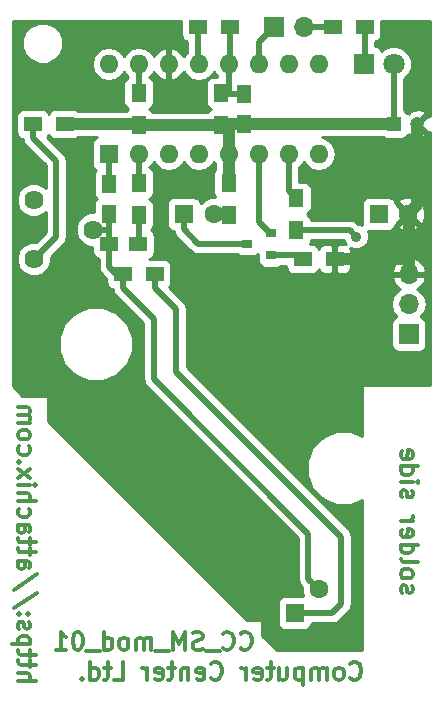
<source format=gbr>
G04 #@! TF.FileFunction,Copper,L2,Bot,Signal*
%FSLAX46Y46*%
G04 Gerber Fmt 4.6, Leading zero omitted, Abs format (unit mm)*
G04 Created by KiCad (PCBNEW 4.0.5) date 03/22/17 00:40:04*
%MOMM*%
%LPD*%
G01*
G04 APERTURE LIST*
%ADD10C,0.100000*%
%ADD11C,0.300000*%
%ADD12R,0.900000X0.800000*%
%ADD13R,1.600000X1.600000*%
%ADD14C,1.600000*%
%ADD15R,1.200000X1.200000*%
%ADD16C,1.200000*%
%ADD17R,1.500000X1.250000*%
%ADD18R,1.250000X1.500000*%
%ADD19R,1.800000X1.800000*%
%ADD20C,1.800000*%
%ADD21R,1.700000X1.700000*%
%ADD22O,1.700000X1.700000*%
%ADD23R,1.500000X1.300000*%
%ADD24R,1.300000X1.500000*%
%ADD25C,1.620000*%
%ADD26O,1.600000X1.600000*%
%ADD27C,0.900000*%
%ADD28C,0.500000*%
%ADD29C,1.000000*%
%ADD30C,0.254000*%
G04 APERTURE END LIST*
D10*
D11*
X136897142Y-143410714D02*
X136968571Y-143482143D01*
X137182857Y-143553571D01*
X137325714Y-143553571D01*
X137539999Y-143482143D01*
X137682857Y-143339286D01*
X137754285Y-143196429D01*
X137825714Y-142910714D01*
X137825714Y-142696429D01*
X137754285Y-142410714D01*
X137682857Y-142267857D01*
X137539999Y-142125000D01*
X137325714Y-142053571D01*
X137182857Y-142053571D01*
X136968571Y-142125000D01*
X136897142Y-142196429D01*
X135397142Y-143410714D02*
X135468571Y-143482143D01*
X135682857Y-143553571D01*
X135825714Y-143553571D01*
X136039999Y-143482143D01*
X136182857Y-143339286D01*
X136254285Y-143196429D01*
X136325714Y-142910714D01*
X136325714Y-142696429D01*
X136254285Y-142410714D01*
X136182857Y-142267857D01*
X136039999Y-142125000D01*
X135825714Y-142053571D01*
X135682857Y-142053571D01*
X135468571Y-142125000D01*
X135397142Y-142196429D01*
X135111428Y-143696429D02*
X133968571Y-143696429D01*
X133682857Y-143482143D02*
X133468571Y-143553571D01*
X133111428Y-143553571D01*
X132968571Y-143482143D01*
X132897142Y-143410714D01*
X132825714Y-143267857D01*
X132825714Y-143125000D01*
X132897142Y-142982143D01*
X132968571Y-142910714D01*
X133111428Y-142839286D01*
X133397142Y-142767857D01*
X133540000Y-142696429D01*
X133611428Y-142625000D01*
X133682857Y-142482143D01*
X133682857Y-142339286D01*
X133611428Y-142196429D01*
X133540000Y-142125000D01*
X133397142Y-142053571D01*
X133040000Y-142053571D01*
X132825714Y-142125000D01*
X132182857Y-143553571D02*
X132182857Y-142053571D01*
X131682857Y-143125000D01*
X131182857Y-142053571D01*
X131182857Y-143553571D01*
X130825714Y-143696429D02*
X129682857Y-143696429D01*
X129325714Y-143553571D02*
X129325714Y-142553571D01*
X129325714Y-142696429D02*
X129254286Y-142625000D01*
X129111428Y-142553571D01*
X128897143Y-142553571D01*
X128754286Y-142625000D01*
X128682857Y-142767857D01*
X128682857Y-143553571D01*
X128682857Y-142767857D02*
X128611428Y-142625000D01*
X128468571Y-142553571D01*
X128254286Y-142553571D01*
X128111428Y-142625000D01*
X128040000Y-142767857D01*
X128040000Y-143553571D01*
X127111428Y-143553571D02*
X127254286Y-143482143D01*
X127325714Y-143410714D01*
X127397143Y-143267857D01*
X127397143Y-142839286D01*
X127325714Y-142696429D01*
X127254286Y-142625000D01*
X127111428Y-142553571D01*
X126897143Y-142553571D01*
X126754286Y-142625000D01*
X126682857Y-142696429D01*
X126611428Y-142839286D01*
X126611428Y-143267857D01*
X126682857Y-143410714D01*
X126754286Y-143482143D01*
X126897143Y-143553571D01*
X127111428Y-143553571D01*
X125325714Y-143553571D02*
X125325714Y-142053571D01*
X125325714Y-143482143D02*
X125468571Y-143553571D01*
X125754285Y-143553571D01*
X125897143Y-143482143D01*
X125968571Y-143410714D01*
X126040000Y-143267857D01*
X126040000Y-142839286D01*
X125968571Y-142696429D01*
X125897143Y-142625000D01*
X125754285Y-142553571D01*
X125468571Y-142553571D01*
X125325714Y-142625000D01*
X124968571Y-143696429D02*
X123825714Y-143696429D01*
X123182857Y-142053571D02*
X123040000Y-142053571D01*
X122897143Y-142125000D01*
X122825714Y-142196429D01*
X122754285Y-142339286D01*
X122682857Y-142625000D01*
X122682857Y-142982143D01*
X122754285Y-143267857D01*
X122825714Y-143410714D01*
X122897143Y-143482143D01*
X123040000Y-143553571D01*
X123182857Y-143553571D01*
X123325714Y-143482143D01*
X123397143Y-143410714D01*
X123468571Y-143267857D01*
X123540000Y-142982143D01*
X123540000Y-142625000D01*
X123468571Y-142339286D01*
X123397143Y-142196429D01*
X123325714Y-142125000D01*
X123182857Y-142053571D01*
X121254286Y-143553571D02*
X122111429Y-143553571D01*
X121682857Y-143553571D02*
X121682857Y-142053571D01*
X121825714Y-142267857D01*
X121968572Y-142410714D01*
X122111429Y-142482143D01*
X150522857Y-138750714D02*
X150451429Y-138607857D01*
X150451429Y-138322142D01*
X150522857Y-138179285D01*
X150665714Y-138107857D01*
X150737143Y-138107857D01*
X150880000Y-138179285D01*
X150951429Y-138322142D01*
X150951429Y-138536428D01*
X151022857Y-138679285D01*
X151165714Y-138750714D01*
X151237143Y-138750714D01*
X151380000Y-138679285D01*
X151451429Y-138536428D01*
X151451429Y-138322142D01*
X151380000Y-138179285D01*
X150451429Y-137250713D02*
X150522857Y-137393571D01*
X150594286Y-137464999D01*
X150737143Y-137536428D01*
X151165714Y-137536428D01*
X151308571Y-137464999D01*
X151380000Y-137393571D01*
X151451429Y-137250713D01*
X151451429Y-137036428D01*
X151380000Y-136893571D01*
X151308571Y-136822142D01*
X151165714Y-136750713D01*
X150737143Y-136750713D01*
X150594286Y-136822142D01*
X150522857Y-136893571D01*
X150451429Y-137036428D01*
X150451429Y-137250713D01*
X150451429Y-135893570D02*
X150522857Y-136036428D01*
X150665714Y-136107856D01*
X151951429Y-136107856D01*
X150451429Y-134679285D02*
X151951429Y-134679285D01*
X150522857Y-134679285D02*
X150451429Y-134822142D01*
X150451429Y-135107856D01*
X150522857Y-135250714D01*
X150594286Y-135322142D01*
X150737143Y-135393571D01*
X151165714Y-135393571D01*
X151308571Y-135322142D01*
X151380000Y-135250714D01*
X151451429Y-135107856D01*
X151451429Y-134822142D01*
X151380000Y-134679285D01*
X150522857Y-133393571D02*
X150451429Y-133536428D01*
X150451429Y-133822142D01*
X150522857Y-133964999D01*
X150665714Y-134036428D01*
X151237143Y-134036428D01*
X151380000Y-133964999D01*
X151451429Y-133822142D01*
X151451429Y-133536428D01*
X151380000Y-133393571D01*
X151237143Y-133322142D01*
X151094286Y-133322142D01*
X150951429Y-134036428D01*
X150451429Y-132679285D02*
X151451429Y-132679285D01*
X151165714Y-132679285D02*
X151308571Y-132607857D01*
X151380000Y-132536428D01*
X151451429Y-132393571D01*
X151451429Y-132250714D01*
X150522857Y-130679286D02*
X150451429Y-130536429D01*
X150451429Y-130250714D01*
X150522857Y-130107857D01*
X150665714Y-130036429D01*
X150737143Y-130036429D01*
X150880000Y-130107857D01*
X150951429Y-130250714D01*
X150951429Y-130465000D01*
X151022857Y-130607857D01*
X151165714Y-130679286D01*
X151237143Y-130679286D01*
X151380000Y-130607857D01*
X151451429Y-130465000D01*
X151451429Y-130250714D01*
X151380000Y-130107857D01*
X150451429Y-129393571D02*
X151451429Y-129393571D01*
X151951429Y-129393571D02*
X151880000Y-129465000D01*
X151808571Y-129393571D01*
X151880000Y-129322143D01*
X151951429Y-129393571D01*
X151808571Y-129393571D01*
X150451429Y-128036428D02*
X151951429Y-128036428D01*
X150522857Y-128036428D02*
X150451429Y-128179285D01*
X150451429Y-128464999D01*
X150522857Y-128607857D01*
X150594286Y-128679285D01*
X150737143Y-128750714D01*
X151165714Y-128750714D01*
X151308571Y-128679285D01*
X151380000Y-128607857D01*
X151451429Y-128464999D01*
X151451429Y-128179285D01*
X151380000Y-128036428D01*
X150522857Y-126750714D02*
X150451429Y-126893571D01*
X150451429Y-127179285D01*
X150522857Y-127322142D01*
X150665714Y-127393571D01*
X151237143Y-127393571D01*
X151380000Y-127322142D01*
X151451429Y-127179285D01*
X151451429Y-126893571D01*
X151380000Y-126750714D01*
X151237143Y-126679285D01*
X151094286Y-126679285D01*
X150951429Y-127393571D01*
X118066429Y-146191430D02*
X119566429Y-146191430D01*
X118066429Y-145548573D02*
X118852143Y-145548573D01*
X118995000Y-145620002D01*
X119066429Y-145762859D01*
X119066429Y-145977144D01*
X118995000Y-146120002D01*
X118923571Y-146191430D01*
X119066429Y-145048573D02*
X119066429Y-144477144D01*
X119566429Y-144834287D02*
X118280714Y-144834287D01*
X118137857Y-144762859D01*
X118066429Y-144620001D01*
X118066429Y-144477144D01*
X119066429Y-144191430D02*
X119066429Y-143620001D01*
X119566429Y-143977144D02*
X118280714Y-143977144D01*
X118137857Y-143905716D01*
X118066429Y-143762858D01*
X118066429Y-143620001D01*
X119066429Y-143120001D02*
X117566429Y-143120001D01*
X118995000Y-143120001D02*
X119066429Y-142977144D01*
X119066429Y-142691430D01*
X118995000Y-142548573D01*
X118923571Y-142477144D01*
X118780714Y-142405715D01*
X118352143Y-142405715D01*
X118209286Y-142477144D01*
X118137857Y-142548573D01*
X118066429Y-142691430D01*
X118066429Y-142977144D01*
X118137857Y-143120001D01*
X118137857Y-141834287D02*
X118066429Y-141691430D01*
X118066429Y-141405715D01*
X118137857Y-141262858D01*
X118280714Y-141191430D01*
X118352143Y-141191430D01*
X118495000Y-141262858D01*
X118566429Y-141405715D01*
X118566429Y-141620001D01*
X118637857Y-141762858D01*
X118780714Y-141834287D01*
X118852143Y-141834287D01*
X118995000Y-141762858D01*
X119066429Y-141620001D01*
X119066429Y-141405715D01*
X118995000Y-141262858D01*
X118209286Y-140548572D02*
X118137857Y-140477144D01*
X118066429Y-140548572D01*
X118137857Y-140620001D01*
X118209286Y-140548572D01*
X118066429Y-140548572D01*
X118995000Y-140548572D02*
X118923571Y-140477144D01*
X118852143Y-140548572D01*
X118923571Y-140620001D01*
X118995000Y-140548572D01*
X118852143Y-140548572D01*
X119637857Y-138762858D02*
X117709286Y-140048572D01*
X119637857Y-137191429D02*
X117709286Y-138477143D01*
X118066429Y-136048571D02*
X118852143Y-136048571D01*
X118995000Y-136120000D01*
X119066429Y-136262857D01*
X119066429Y-136548571D01*
X118995000Y-136691428D01*
X118137857Y-136048571D02*
X118066429Y-136191428D01*
X118066429Y-136548571D01*
X118137857Y-136691428D01*
X118280714Y-136762857D01*
X118423571Y-136762857D01*
X118566429Y-136691428D01*
X118637857Y-136548571D01*
X118637857Y-136191428D01*
X118709286Y-136048571D01*
X119066429Y-135548571D02*
X119066429Y-134977142D01*
X119566429Y-135334285D02*
X118280714Y-135334285D01*
X118137857Y-135262857D01*
X118066429Y-135119999D01*
X118066429Y-134977142D01*
X119066429Y-134691428D02*
X119066429Y-134119999D01*
X119566429Y-134477142D02*
X118280714Y-134477142D01*
X118137857Y-134405714D01*
X118066429Y-134262856D01*
X118066429Y-134119999D01*
X118066429Y-132977142D02*
X118852143Y-132977142D01*
X118995000Y-133048571D01*
X119066429Y-133191428D01*
X119066429Y-133477142D01*
X118995000Y-133619999D01*
X118137857Y-132977142D02*
X118066429Y-133119999D01*
X118066429Y-133477142D01*
X118137857Y-133619999D01*
X118280714Y-133691428D01*
X118423571Y-133691428D01*
X118566429Y-133619999D01*
X118637857Y-133477142D01*
X118637857Y-133119999D01*
X118709286Y-132977142D01*
X118137857Y-131619999D02*
X118066429Y-131762856D01*
X118066429Y-132048570D01*
X118137857Y-132191428D01*
X118209286Y-132262856D01*
X118352143Y-132334285D01*
X118780714Y-132334285D01*
X118923571Y-132262856D01*
X118995000Y-132191428D01*
X119066429Y-132048570D01*
X119066429Y-131762856D01*
X118995000Y-131619999D01*
X118066429Y-130977142D02*
X119566429Y-130977142D01*
X118066429Y-130334285D02*
X118852143Y-130334285D01*
X118995000Y-130405714D01*
X119066429Y-130548571D01*
X119066429Y-130762856D01*
X118995000Y-130905714D01*
X118923571Y-130977142D01*
X118066429Y-129619999D02*
X119066429Y-129619999D01*
X119566429Y-129619999D02*
X119495000Y-129691428D01*
X119423571Y-129619999D01*
X119495000Y-129548571D01*
X119566429Y-129619999D01*
X119423571Y-129619999D01*
X118066429Y-129048570D02*
X119066429Y-128262856D01*
X119066429Y-129048570D02*
X118066429Y-128262856D01*
X118209286Y-127691427D02*
X118137857Y-127619999D01*
X118066429Y-127691427D01*
X118137857Y-127762856D01*
X118209286Y-127691427D01*
X118066429Y-127691427D01*
X118137857Y-126334284D02*
X118066429Y-126477141D01*
X118066429Y-126762855D01*
X118137857Y-126905713D01*
X118209286Y-126977141D01*
X118352143Y-127048570D01*
X118780714Y-127048570D01*
X118923571Y-126977141D01*
X118995000Y-126905713D01*
X119066429Y-126762855D01*
X119066429Y-126477141D01*
X118995000Y-126334284D01*
X118066429Y-125477141D02*
X118137857Y-125619999D01*
X118209286Y-125691427D01*
X118352143Y-125762856D01*
X118780714Y-125762856D01*
X118923571Y-125691427D01*
X118995000Y-125619999D01*
X119066429Y-125477141D01*
X119066429Y-125262856D01*
X118995000Y-125119999D01*
X118923571Y-125048570D01*
X118780714Y-124977141D01*
X118352143Y-124977141D01*
X118209286Y-125048570D01*
X118137857Y-125119999D01*
X118066429Y-125262856D01*
X118066429Y-125477141D01*
X118066429Y-124334284D02*
X119066429Y-124334284D01*
X118923571Y-124334284D02*
X118995000Y-124262856D01*
X119066429Y-124119998D01*
X119066429Y-123905713D01*
X118995000Y-123762856D01*
X118852143Y-123691427D01*
X118066429Y-123691427D01*
X118852143Y-123691427D02*
X118995000Y-123619998D01*
X119066429Y-123477141D01*
X119066429Y-123262856D01*
X118995000Y-123119998D01*
X118852143Y-123048570D01*
X118066429Y-123048570D01*
X146183571Y-145950714D02*
X146255000Y-146022143D01*
X146469286Y-146093571D01*
X146612143Y-146093571D01*
X146826428Y-146022143D01*
X146969286Y-145879286D01*
X147040714Y-145736429D01*
X147112143Y-145450714D01*
X147112143Y-145236429D01*
X147040714Y-144950714D01*
X146969286Y-144807857D01*
X146826428Y-144665000D01*
X146612143Y-144593571D01*
X146469286Y-144593571D01*
X146255000Y-144665000D01*
X146183571Y-144736429D01*
X145326428Y-146093571D02*
X145469286Y-146022143D01*
X145540714Y-145950714D01*
X145612143Y-145807857D01*
X145612143Y-145379286D01*
X145540714Y-145236429D01*
X145469286Y-145165000D01*
X145326428Y-145093571D01*
X145112143Y-145093571D01*
X144969286Y-145165000D01*
X144897857Y-145236429D01*
X144826428Y-145379286D01*
X144826428Y-145807857D01*
X144897857Y-145950714D01*
X144969286Y-146022143D01*
X145112143Y-146093571D01*
X145326428Y-146093571D01*
X144183571Y-146093571D02*
X144183571Y-145093571D01*
X144183571Y-145236429D02*
X144112143Y-145165000D01*
X143969285Y-145093571D01*
X143755000Y-145093571D01*
X143612143Y-145165000D01*
X143540714Y-145307857D01*
X143540714Y-146093571D01*
X143540714Y-145307857D02*
X143469285Y-145165000D01*
X143326428Y-145093571D01*
X143112143Y-145093571D01*
X142969285Y-145165000D01*
X142897857Y-145307857D01*
X142897857Y-146093571D01*
X142183571Y-145093571D02*
X142183571Y-146593571D01*
X142183571Y-145165000D02*
X142040714Y-145093571D01*
X141755000Y-145093571D01*
X141612143Y-145165000D01*
X141540714Y-145236429D01*
X141469285Y-145379286D01*
X141469285Y-145807857D01*
X141540714Y-145950714D01*
X141612143Y-146022143D01*
X141755000Y-146093571D01*
X142040714Y-146093571D01*
X142183571Y-146022143D01*
X140183571Y-145093571D02*
X140183571Y-146093571D01*
X140826428Y-145093571D02*
X140826428Y-145879286D01*
X140755000Y-146022143D01*
X140612142Y-146093571D01*
X140397857Y-146093571D01*
X140255000Y-146022143D01*
X140183571Y-145950714D01*
X139683571Y-145093571D02*
X139112142Y-145093571D01*
X139469285Y-144593571D02*
X139469285Y-145879286D01*
X139397857Y-146022143D01*
X139254999Y-146093571D01*
X139112142Y-146093571D01*
X138040714Y-146022143D02*
X138183571Y-146093571D01*
X138469285Y-146093571D01*
X138612142Y-146022143D01*
X138683571Y-145879286D01*
X138683571Y-145307857D01*
X138612142Y-145165000D01*
X138469285Y-145093571D01*
X138183571Y-145093571D01*
X138040714Y-145165000D01*
X137969285Y-145307857D01*
X137969285Y-145450714D01*
X138683571Y-145593571D01*
X137326428Y-146093571D02*
X137326428Y-145093571D01*
X137326428Y-145379286D02*
X137255000Y-145236429D01*
X137183571Y-145165000D01*
X137040714Y-145093571D01*
X136897857Y-145093571D01*
X134397857Y-145950714D02*
X134469286Y-146022143D01*
X134683572Y-146093571D01*
X134826429Y-146093571D01*
X135040714Y-146022143D01*
X135183572Y-145879286D01*
X135255000Y-145736429D01*
X135326429Y-145450714D01*
X135326429Y-145236429D01*
X135255000Y-144950714D01*
X135183572Y-144807857D01*
X135040714Y-144665000D01*
X134826429Y-144593571D01*
X134683572Y-144593571D01*
X134469286Y-144665000D01*
X134397857Y-144736429D01*
X133183572Y-146022143D02*
X133326429Y-146093571D01*
X133612143Y-146093571D01*
X133755000Y-146022143D01*
X133826429Y-145879286D01*
X133826429Y-145307857D01*
X133755000Y-145165000D01*
X133612143Y-145093571D01*
X133326429Y-145093571D01*
X133183572Y-145165000D01*
X133112143Y-145307857D01*
X133112143Y-145450714D01*
X133826429Y-145593571D01*
X132469286Y-145093571D02*
X132469286Y-146093571D01*
X132469286Y-145236429D02*
X132397858Y-145165000D01*
X132255000Y-145093571D01*
X132040715Y-145093571D01*
X131897858Y-145165000D01*
X131826429Y-145307857D01*
X131826429Y-146093571D01*
X131326429Y-145093571D02*
X130755000Y-145093571D01*
X131112143Y-144593571D02*
X131112143Y-145879286D01*
X131040715Y-146022143D01*
X130897857Y-146093571D01*
X130755000Y-146093571D01*
X129683572Y-146022143D02*
X129826429Y-146093571D01*
X130112143Y-146093571D01*
X130255000Y-146022143D01*
X130326429Y-145879286D01*
X130326429Y-145307857D01*
X130255000Y-145165000D01*
X130112143Y-145093571D01*
X129826429Y-145093571D01*
X129683572Y-145165000D01*
X129612143Y-145307857D01*
X129612143Y-145450714D01*
X130326429Y-145593571D01*
X128969286Y-146093571D02*
X128969286Y-145093571D01*
X128969286Y-145379286D02*
X128897858Y-145236429D01*
X128826429Y-145165000D01*
X128683572Y-145093571D01*
X128540715Y-145093571D01*
X126183572Y-146093571D02*
X126897858Y-146093571D01*
X126897858Y-144593571D01*
X125897858Y-145093571D02*
X125326429Y-145093571D01*
X125683572Y-144593571D02*
X125683572Y-145879286D01*
X125612144Y-146022143D01*
X125469286Y-146093571D01*
X125326429Y-146093571D01*
X124183572Y-146093571D02*
X124183572Y-144593571D01*
X124183572Y-146022143D02*
X124326429Y-146093571D01*
X124612143Y-146093571D01*
X124755001Y-146022143D01*
X124826429Y-145950714D01*
X124897858Y-145807857D01*
X124897858Y-145379286D01*
X124826429Y-145236429D01*
X124755001Y-145165000D01*
X124612143Y-145093571D01*
X124326429Y-145093571D01*
X124183572Y-145165000D01*
X123469286Y-145950714D02*
X123397858Y-146022143D01*
X123469286Y-146093571D01*
X123540715Y-146022143D01*
X123469286Y-145950714D01*
X123469286Y-146093571D01*
D12*
X139430000Y-108270000D03*
X139430000Y-110170000D03*
X137430000Y-109220000D03*
D13*
X148590000Y-106680000D03*
D14*
X151090000Y-106680000D03*
D15*
X149860000Y-99060000D03*
D16*
X151860000Y-99060000D03*
D17*
X128250000Y-109220000D03*
X125750000Y-109220000D03*
D18*
X125730000Y-104160000D03*
X125730000Y-106660000D03*
X137160000Y-99040000D03*
X137160000Y-96540000D03*
D19*
X147320000Y-93980000D03*
D20*
X149860000Y-93980000D03*
D21*
X139700000Y-90805000D03*
D22*
X142240000Y-90805000D03*
D14*
X134620000Y-106680000D03*
D13*
X132080000Y-106680000D03*
D14*
X143510000Y-138430000D03*
D13*
X141478000Y-140462000D03*
D22*
X151130000Y-111760000D03*
D21*
X151130000Y-116840000D03*
D22*
X151130000Y-114300000D03*
D23*
X126920000Y-111760000D03*
X129620000Y-111760000D03*
D24*
X135890000Y-104060000D03*
X135890000Y-106760000D03*
D23*
X142160000Y-110490000D03*
X144860000Y-110490000D03*
X122000000Y-99060000D03*
X119300000Y-99060000D03*
D24*
X128270000Y-104060000D03*
X128270000Y-106760000D03*
X141605000Y-105330000D03*
X141605000Y-108030000D03*
D23*
X135970000Y-90805000D03*
X133270000Y-90805000D03*
X147400000Y-90805000D03*
X144700000Y-90805000D03*
D24*
X128270000Y-99140000D03*
X128270000Y-96440000D03*
X135255000Y-99140000D03*
X135255000Y-96440000D03*
D25*
X119380000Y-105490000D03*
X124380000Y-107990000D03*
X119380000Y-110490000D03*
D13*
X125730000Y-101600000D03*
D26*
X143510000Y-93980000D03*
X128270000Y-101600000D03*
X140970000Y-93980000D03*
X130810000Y-101600000D03*
X138430000Y-93980000D03*
X133350000Y-101600000D03*
X135890000Y-93980000D03*
X135890000Y-101600000D03*
X133350000Y-93980000D03*
X138430000Y-101600000D03*
X130810000Y-93980000D03*
X140970000Y-101600000D03*
X128270000Y-93980000D03*
X143510000Y-101600000D03*
X125730000Y-93980000D03*
D27*
X146685000Y-108585000D03*
D28*
X138430000Y-101600000D02*
X138430000Y-107320000D01*
X138430000Y-107320000D02*
X139380000Y-108270000D01*
X139380000Y-108270000D02*
X139430000Y-108270000D01*
X139430000Y-110170000D02*
X141840000Y-110170000D01*
X141840000Y-110170000D02*
X142160000Y-110490000D01*
X132080000Y-106680000D02*
X132080000Y-107980000D01*
X132080000Y-107980000D02*
X133320000Y-109220000D01*
X133320000Y-109220000D02*
X136480000Y-109220000D01*
X136480000Y-109220000D02*
X137430000Y-109220000D01*
D29*
X134620000Y-106680000D02*
X135810000Y-106680000D01*
X135810000Y-106680000D02*
X135890000Y-106760000D01*
X151130000Y-111760000D02*
X151130000Y-110490000D01*
X151130000Y-110490000D02*
X151130000Y-106720000D01*
X144860000Y-110490000D02*
X151130000Y-110490000D01*
X151090000Y-106680000D02*
X151860000Y-105910000D01*
X151860000Y-105910000D02*
X151860000Y-99060000D01*
X151130000Y-106720000D02*
X151090000Y-106680000D01*
D28*
X149860000Y-93980000D02*
X149860000Y-99060000D01*
D29*
X135890000Y-104060000D02*
X135890000Y-101600000D01*
X122000000Y-99060000D02*
X128190000Y-99060000D01*
X128190000Y-99060000D02*
X128270000Y-99140000D01*
X128270000Y-99140000D02*
X135255000Y-99140000D01*
X137160000Y-99040000D02*
X135890000Y-99040000D01*
X135890000Y-99040000D02*
X135355000Y-99040000D01*
X135890000Y-101600000D02*
X135890000Y-99040000D01*
X135355000Y-99040000D02*
X135255000Y-99140000D01*
X149860000Y-99060000D02*
X137180000Y-99060000D01*
X137180000Y-99060000D02*
X137160000Y-99040000D01*
D28*
X128270000Y-106760000D02*
X128270000Y-109200000D01*
X128270000Y-109200000D02*
X128250000Y-109220000D01*
X129540000Y-120650000D02*
X129540000Y-115530000D01*
X129540000Y-115530000D02*
X126920000Y-112910000D01*
X126920000Y-112910000D02*
X126920000Y-111760000D01*
X142619999Y-133729999D02*
X129540000Y-120650000D01*
X143510000Y-138430000D02*
X142619999Y-137539999D01*
X142619999Y-137539999D02*
X142619999Y-133729999D01*
X126365000Y-111760000D02*
X125750000Y-111145000D01*
X125750000Y-111145000D02*
X125750000Y-109220000D01*
X126920000Y-111760000D02*
X126365000Y-111760000D01*
X125730000Y-106660000D02*
X125730000Y-107950000D01*
X125730000Y-107950000D02*
X125730000Y-109200000D01*
X124380000Y-107990000D02*
X125690000Y-107990000D01*
X125690000Y-107990000D02*
X125730000Y-107950000D01*
X125730000Y-109200000D02*
X125750000Y-109220000D01*
X125730000Y-104160000D02*
X125730000Y-101600000D01*
X137160000Y-96540000D02*
X135890000Y-96540000D01*
X135890000Y-96540000D02*
X135355000Y-96540000D01*
X135890000Y-93980000D02*
X135890000Y-96540000D01*
X135355000Y-96540000D02*
X135255000Y-96440000D01*
X135970000Y-90805000D02*
X135970000Y-93900000D01*
X135970000Y-93900000D02*
X135890000Y-93980000D01*
X147400000Y-90805000D02*
X147400000Y-93900000D01*
X147400000Y-93900000D02*
X147320000Y-93980000D01*
X138430000Y-92075000D02*
X138430000Y-93980000D01*
X139700000Y-90805000D02*
X138430000Y-92075000D01*
X142240000Y-90805000D02*
X144700000Y-90805000D01*
X141478000Y-140462000D02*
X144653000Y-140462000D01*
X144653000Y-140462000D02*
X145415000Y-139700000D01*
X145415000Y-139700000D02*
X145415000Y-133985000D01*
X145415000Y-133985000D02*
X131445000Y-120015000D01*
X131445000Y-120015000D02*
X131445000Y-114735000D01*
X131445000Y-114735000D02*
X129620000Y-112910000D01*
X129620000Y-112910000D02*
X129620000Y-111760000D01*
X141605000Y-108030000D02*
X146130000Y-108030000D01*
X146130000Y-108030000D02*
X146685000Y-108585000D01*
X121285000Y-102195000D02*
X121285000Y-108585000D01*
X121285000Y-108585000D02*
X119380000Y-110490000D01*
X119300000Y-99060000D02*
X119300000Y-100210000D01*
X119300000Y-100210000D02*
X121285000Y-102195000D01*
X128270000Y-104060000D02*
X128270000Y-101600000D01*
X140970000Y-101600000D02*
X140970000Y-104695000D01*
X140970000Y-104695000D02*
X141605000Y-105330000D01*
X133270000Y-90805000D02*
X133270000Y-93900000D01*
X133270000Y-93900000D02*
X133350000Y-93980000D01*
X128270000Y-96440000D02*
X128270000Y-93980000D01*
D30*
G36*
X131872560Y-91455000D02*
X131916838Y-91690317D01*
X132055910Y-91906441D01*
X132268110Y-92051431D01*
X132385000Y-92075102D01*
X132385000Y-92903982D01*
X132335302Y-92937189D01*
X132065014Y-93341703D01*
X131962389Y-93124866D01*
X131547423Y-92748959D01*
X131159039Y-92588096D01*
X130937000Y-92710085D01*
X130937000Y-93853000D01*
X130957000Y-93853000D01*
X130957000Y-94107000D01*
X130937000Y-94107000D01*
X130937000Y-95249915D01*
X131159039Y-95371904D01*
X131547423Y-95211041D01*
X131962389Y-94835134D01*
X132065014Y-94618297D01*
X132335302Y-95022811D01*
X132800849Y-95333880D01*
X133350000Y-95443113D01*
X133899151Y-95333880D01*
X134364698Y-95022811D01*
X134620000Y-94640725D01*
X134875302Y-95022811D01*
X134904858Y-95042560D01*
X134605000Y-95042560D01*
X134369683Y-95086838D01*
X134153559Y-95225910D01*
X134008569Y-95438110D01*
X133957560Y-95690000D01*
X133957560Y-97190000D01*
X134001838Y-97425317D01*
X134140910Y-97641441D01*
X134353110Y-97786431D01*
X134366197Y-97789081D01*
X134153559Y-97925910D01*
X134099519Y-98005000D01*
X129426844Y-98005000D01*
X129384090Y-97938559D01*
X129171890Y-97793569D01*
X129158803Y-97790919D01*
X129371441Y-97654090D01*
X129516431Y-97441890D01*
X129567440Y-97190000D01*
X129567440Y-95690000D01*
X129523162Y-95454683D01*
X129384090Y-95238559D01*
X129175307Y-95095904D01*
X129284698Y-95022811D01*
X129554986Y-94618297D01*
X129657611Y-94835134D01*
X130072577Y-95211041D01*
X130460961Y-95371904D01*
X130683000Y-95249915D01*
X130683000Y-94107000D01*
X130663000Y-94107000D01*
X130663000Y-93853000D01*
X130683000Y-93853000D01*
X130683000Y-92710085D01*
X130460961Y-92588096D01*
X130072577Y-92748959D01*
X129657611Y-93124866D01*
X129554986Y-93341703D01*
X129284698Y-92937189D01*
X128819151Y-92626120D01*
X128270000Y-92516887D01*
X127720849Y-92626120D01*
X127255302Y-92937189D01*
X127000000Y-93319275D01*
X126744698Y-92937189D01*
X126279151Y-92626120D01*
X125730000Y-92516887D01*
X125180849Y-92626120D01*
X124715302Y-92937189D01*
X124404233Y-93402736D01*
X124295000Y-93951887D01*
X124295000Y-94008113D01*
X124404233Y-94557264D01*
X124715302Y-95022811D01*
X125180849Y-95333880D01*
X125730000Y-95443113D01*
X126279151Y-95333880D01*
X126744698Y-95022811D01*
X127000000Y-94640725D01*
X127255302Y-95022811D01*
X127367588Y-95097838D01*
X127168559Y-95225910D01*
X127023569Y-95438110D01*
X126972560Y-95690000D01*
X126972560Y-97190000D01*
X127016838Y-97425317D01*
X127155910Y-97641441D01*
X127368110Y-97786431D01*
X127381197Y-97789081D01*
X127169973Y-97925000D01*
X123164975Y-97925000D01*
X123001890Y-97813569D01*
X122750000Y-97762560D01*
X121250000Y-97762560D01*
X121014683Y-97806838D01*
X120798559Y-97945910D01*
X120653569Y-98158110D01*
X120650919Y-98171197D01*
X120514090Y-97958559D01*
X120301890Y-97813569D01*
X120050000Y-97762560D01*
X118550000Y-97762560D01*
X118314683Y-97806838D01*
X118098559Y-97945910D01*
X117953569Y-98158110D01*
X117902560Y-98410000D01*
X117902560Y-99710000D01*
X117946838Y-99945317D01*
X118085910Y-100161441D01*
X118298110Y-100306431D01*
X118439892Y-100335143D01*
X118450094Y-100386431D01*
X118482367Y-100548675D01*
X118650296Y-100800000D01*
X118674210Y-100835790D01*
X120400000Y-102561579D01*
X120400000Y-104466458D01*
X120199595Y-104265703D01*
X119668689Y-104045252D01*
X119093833Y-104044750D01*
X118562543Y-104264275D01*
X118155703Y-104670405D01*
X117935252Y-105201311D01*
X117934750Y-105776167D01*
X118154275Y-106307457D01*
X118560405Y-106714297D01*
X119091311Y-106934748D01*
X119666167Y-106935250D01*
X120197457Y-106715725D01*
X120400000Y-106513535D01*
X120400000Y-108218421D01*
X119573252Y-109045169D01*
X119093833Y-109044750D01*
X118562543Y-109264275D01*
X118155703Y-109670405D01*
X117935252Y-110201311D01*
X117934750Y-110776167D01*
X118154275Y-111307457D01*
X118560405Y-111714297D01*
X119091311Y-111934748D01*
X119666167Y-111935250D01*
X120197457Y-111715725D01*
X120604297Y-111309595D01*
X120824748Y-110778689D01*
X120825169Y-110296410D01*
X121910787Y-109210792D01*
X121910790Y-109210790D01*
X122102633Y-108923675D01*
X122120272Y-108835000D01*
X122170001Y-108585000D01*
X122170000Y-108584995D01*
X122170000Y-102195005D01*
X122170001Y-102195000D01*
X122102633Y-101856326D01*
X122102633Y-101856325D01*
X121910790Y-101569210D01*
X121910787Y-101569208D01*
X120507217Y-100165637D01*
X120646431Y-99961890D01*
X120649081Y-99948803D01*
X120785910Y-100161441D01*
X120998110Y-100306431D01*
X121250000Y-100357440D01*
X122750000Y-100357440D01*
X122985317Y-100313162D01*
X123168946Y-100195000D01*
X124704451Y-100195000D01*
X124694683Y-100196838D01*
X124478559Y-100335910D01*
X124333569Y-100548110D01*
X124282560Y-100800000D01*
X124282560Y-102400000D01*
X124326838Y-102635317D01*
X124465910Y-102851441D01*
X124637840Y-102968916D01*
X124508569Y-103158110D01*
X124457560Y-103410000D01*
X124457560Y-104910000D01*
X124501838Y-105145317D01*
X124640910Y-105361441D01*
X124710711Y-105409134D01*
X124653559Y-105445910D01*
X124508569Y-105658110D01*
X124457560Y-105910000D01*
X124457560Y-106545068D01*
X124093833Y-106544750D01*
X123562543Y-106764275D01*
X123155703Y-107170405D01*
X122935252Y-107701311D01*
X122934750Y-108276167D01*
X123154275Y-108807457D01*
X123560405Y-109214297D01*
X124091311Y-109434748D01*
X124352560Y-109434976D01*
X124352560Y-109845000D01*
X124396838Y-110080317D01*
X124535910Y-110296441D01*
X124748110Y-110441431D01*
X124865000Y-110465102D01*
X124865000Y-111144995D01*
X124864999Y-111145000D01*
X124919965Y-111421325D01*
X124932367Y-111483675D01*
X125062429Y-111678327D01*
X125124210Y-111770790D01*
X125522560Y-112169139D01*
X125522560Y-112410000D01*
X125566838Y-112645317D01*
X125705910Y-112861441D01*
X125918110Y-113006431D01*
X126059892Y-113035143D01*
X126068978Y-113080819D01*
X126102367Y-113248675D01*
X126294210Y-113535790D01*
X128655000Y-115896579D01*
X128655000Y-120649995D01*
X128654999Y-120650000D01*
X128691328Y-120832633D01*
X128722367Y-120988675D01*
X128914210Y-121275790D01*
X141734999Y-134096578D01*
X141734999Y-137539994D01*
X141734998Y-137539999D01*
X141750554Y-137618200D01*
X141802366Y-137878674D01*
X141925626Y-138063146D01*
X141994209Y-138165789D01*
X142075160Y-138246740D01*
X142074752Y-138714187D01*
X142198863Y-139014560D01*
X140678000Y-139014560D01*
X140442683Y-139058838D01*
X140226559Y-139197910D01*
X140081569Y-139410110D01*
X140030560Y-139662000D01*
X140030560Y-141262000D01*
X140074838Y-141497317D01*
X140213910Y-141713441D01*
X140426110Y-141858431D01*
X140678000Y-141909440D01*
X142278000Y-141909440D01*
X142513317Y-141865162D01*
X142729441Y-141726090D01*
X142874431Y-141513890D01*
X142908227Y-141347000D01*
X144652995Y-141347000D01*
X144653000Y-141347001D01*
X144935484Y-141290810D01*
X144991675Y-141279633D01*
X145278790Y-141087790D01*
X146040787Y-140325792D01*
X146040790Y-140325790D01*
X146232633Y-140038675D01*
X146267229Y-139864750D01*
X146300001Y-139700000D01*
X146300000Y-139699995D01*
X146300000Y-133985000D01*
X146232633Y-133646325D01*
X146040790Y-133359210D01*
X146040787Y-133359208D01*
X132330000Y-119648420D01*
X132330000Y-114735005D01*
X132330001Y-114735000D01*
X132262633Y-114396326D01*
X132262633Y-114396325D01*
X132198272Y-114300000D01*
X149615907Y-114300000D01*
X149728946Y-114868285D01*
X150050853Y-115350054D01*
X150092452Y-115377850D01*
X150044683Y-115386838D01*
X149828559Y-115525910D01*
X149683569Y-115738110D01*
X149632560Y-115990000D01*
X149632560Y-117690000D01*
X149676838Y-117925317D01*
X149815910Y-118141441D01*
X150028110Y-118286431D01*
X150280000Y-118337440D01*
X151980000Y-118337440D01*
X152215317Y-118293162D01*
X152431441Y-118154090D01*
X152576431Y-117941890D01*
X152627440Y-117690000D01*
X152627440Y-115990000D01*
X152583162Y-115754683D01*
X152444090Y-115538559D01*
X152231890Y-115393569D01*
X152164459Y-115379914D01*
X152209147Y-115350054D01*
X152531054Y-114868285D01*
X152644093Y-114300000D01*
X152531054Y-113731715D01*
X152209147Y-113249946D01*
X151868447Y-113022298D01*
X152011358Y-112955183D01*
X152401645Y-112526924D01*
X152571476Y-112116890D01*
X152450155Y-111887000D01*
X151257000Y-111887000D01*
X151257000Y-111907000D01*
X151003000Y-111907000D01*
X151003000Y-111887000D01*
X149809845Y-111887000D01*
X149688524Y-112116890D01*
X149858355Y-112526924D01*
X150248642Y-112955183D01*
X150391553Y-113022298D01*
X150050853Y-113249946D01*
X149728946Y-113731715D01*
X149615907Y-114300000D01*
X132198272Y-114300000D01*
X132070790Y-114109210D01*
X132070787Y-114109208D01*
X130827217Y-112865637D01*
X130966431Y-112661890D01*
X131017440Y-112410000D01*
X131017440Y-111110000D01*
X130973162Y-110874683D01*
X130834090Y-110658559D01*
X130621890Y-110513569D01*
X130370000Y-110462560D01*
X129158798Y-110462560D01*
X129235317Y-110448162D01*
X129451441Y-110309090D01*
X129596431Y-110096890D01*
X129647440Y-109845000D01*
X129647440Y-108595000D01*
X129603162Y-108359683D01*
X129464090Y-108143559D01*
X129291423Y-108025580D01*
X129371441Y-107974090D01*
X129516431Y-107761890D01*
X129567440Y-107510000D01*
X129567440Y-106010000D01*
X129523162Y-105774683D01*
X129384090Y-105558559D01*
X129171890Y-105413569D01*
X129158803Y-105410919D01*
X129371441Y-105274090D01*
X129516431Y-105061890D01*
X129567440Y-104810000D01*
X129567440Y-103310000D01*
X129523162Y-103074683D01*
X129384090Y-102858559D01*
X129175307Y-102715904D01*
X129284698Y-102642811D01*
X129540000Y-102260725D01*
X129795302Y-102642811D01*
X130260849Y-102953880D01*
X130810000Y-103063113D01*
X131359151Y-102953880D01*
X131824698Y-102642811D01*
X132080000Y-102260725D01*
X132335302Y-102642811D01*
X132800849Y-102953880D01*
X133350000Y-103063113D01*
X133899151Y-102953880D01*
X134364698Y-102642811D01*
X134620000Y-102260725D01*
X134755000Y-102462767D01*
X134755000Y-102895025D01*
X134643569Y-103058110D01*
X134592560Y-103310000D01*
X134592560Y-104810000D01*
X134636838Y-105045317D01*
X134765412Y-105245127D01*
X134335813Y-105244752D01*
X133808200Y-105462757D01*
X133505742Y-105764688D01*
X133483162Y-105644683D01*
X133344090Y-105428559D01*
X133131890Y-105283569D01*
X132880000Y-105232560D01*
X131280000Y-105232560D01*
X131044683Y-105276838D01*
X130828559Y-105415910D01*
X130683569Y-105628110D01*
X130632560Y-105880000D01*
X130632560Y-107480000D01*
X130676838Y-107715317D01*
X130815910Y-107931441D01*
X131028110Y-108076431D01*
X131221991Y-108115693D01*
X131242110Y-108216838D01*
X131262367Y-108318675D01*
X131318288Y-108402367D01*
X131454210Y-108605790D01*
X132694208Y-109845787D01*
X132694210Y-109845790D01*
X132981325Y-110037633D01*
X133037516Y-110048810D01*
X133320000Y-110105001D01*
X133320005Y-110105000D01*
X136565025Y-110105000D01*
X136728110Y-110216431D01*
X136980000Y-110267440D01*
X137880000Y-110267440D01*
X138115317Y-110223162D01*
X138331441Y-110084090D01*
X138332560Y-110082452D01*
X138332560Y-110570000D01*
X138376838Y-110805317D01*
X138515910Y-111021441D01*
X138728110Y-111166431D01*
X138980000Y-111217440D01*
X139880000Y-111217440D01*
X140115317Y-111173162D01*
X140298946Y-111055000D01*
X140762560Y-111055000D01*
X140762560Y-111140000D01*
X140806838Y-111375317D01*
X140945910Y-111591441D01*
X141158110Y-111736431D01*
X141410000Y-111787440D01*
X142910000Y-111787440D01*
X143145317Y-111743162D01*
X143361441Y-111604090D01*
X143506431Y-111391890D01*
X143513191Y-111358510D01*
X143571673Y-111499699D01*
X143750302Y-111678327D01*
X143983691Y-111775000D01*
X144574250Y-111775000D01*
X144733000Y-111616250D01*
X144733000Y-110617000D01*
X144987000Y-110617000D01*
X144987000Y-111616250D01*
X145145750Y-111775000D01*
X145736309Y-111775000D01*
X145969698Y-111678327D01*
X146148327Y-111499699D01*
X146188335Y-111403110D01*
X149688524Y-111403110D01*
X149809845Y-111633000D01*
X151003000Y-111633000D01*
X151003000Y-110439181D01*
X151257000Y-110439181D01*
X151257000Y-111633000D01*
X152450155Y-111633000D01*
X152571476Y-111403110D01*
X152401645Y-110993076D01*
X152011358Y-110564817D01*
X151486892Y-110318514D01*
X151257000Y-110439181D01*
X151003000Y-110439181D01*
X150773108Y-110318514D01*
X150248642Y-110564817D01*
X149858355Y-110993076D01*
X149688524Y-111403110D01*
X146188335Y-111403110D01*
X146245000Y-111266310D01*
X146245000Y-110775750D01*
X146086250Y-110617000D01*
X144987000Y-110617000D01*
X144733000Y-110617000D01*
X144713000Y-110617000D01*
X144713000Y-110363000D01*
X144733000Y-110363000D01*
X144733000Y-109363750D01*
X144574250Y-109205000D01*
X143983691Y-109205000D01*
X143750302Y-109301673D01*
X143571673Y-109480301D01*
X143515346Y-109616287D01*
X143513162Y-109604683D01*
X143374090Y-109388559D01*
X143161890Y-109243569D01*
X142910000Y-109192560D01*
X142741650Y-109192560D01*
X142851431Y-109031890D01*
X142875102Y-108915000D01*
X145647382Y-108915000D01*
X145764646Y-109198800D01*
X145795176Y-109229384D01*
X145736309Y-109205000D01*
X145145750Y-109205000D01*
X144987000Y-109363750D01*
X144987000Y-110363000D01*
X146086250Y-110363000D01*
X146245000Y-110204250D01*
X146245000Y-109713690D01*
X146176678Y-109548747D01*
X146468233Y-109669811D01*
X146899873Y-109670188D01*
X147298800Y-109505354D01*
X147604282Y-109200405D01*
X147769811Y-108801767D01*
X147770188Y-108370127D01*
X147658946Y-108100901D01*
X147790000Y-108127440D01*
X149390000Y-108127440D01*
X149625317Y-108083162D01*
X149841441Y-107944090D01*
X149986431Y-107731890D01*
X149995370Y-107687745D01*
X150261861Y-107687745D01*
X150335995Y-107933864D01*
X150873223Y-108126965D01*
X151443454Y-108099778D01*
X151844005Y-107933864D01*
X151918139Y-107687745D01*
X151090000Y-106859605D01*
X150261861Y-107687745D01*
X149995370Y-107687745D01*
X150034646Y-107493799D01*
X150082255Y-107508139D01*
X150910395Y-106680000D01*
X151269605Y-106680000D01*
X152097745Y-107508139D01*
X152343864Y-107434005D01*
X152536965Y-106896777D01*
X152509778Y-106326546D01*
X152343864Y-105925995D01*
X152097745Y-105851861D01*
X151269605Y-106680000D01*
X150910395Y-106680000D01*
X150082255Y-105851861D01*
X150034833Y-105866145D01*
X149998351Y-105672255D01*
X150261861Y-105672255D01*
X151090000Y-106500395D01*
X151918139Y-105672255D01*
X151844005Y-105426136D01*
X151306777Y-105233035D01*
X150736546Y-105260222D01*
X150335995Y-105426136D01*
X150261861Y-105672255D01*
X149998351Y-105672255D01*
X149993162Y-105644683D01*
X149854090Y-105428559D01*
X149641890Y-105283569D01*
X149390000Y-105232560D01*
X147790000Y-105232560D01*
X147554683Y-105276838D01*
X147338559Y-105415910D01*
X147193569Y-105628110D01*
X147142560Y-105880000D01*
X147142560Y-107480000D01*
X147167089Y-107610360D01*
X146901767Y-107500189D01*
X146851725Y-107500145D01*
X146755790Y-107404210D01*
X146680959Y-107354210D01*
X146468675Y-107212367D01*
X146378073Y-107194345D01*
X146130000Y-107144999D01*
X146129995Y-107145000D01*
X142877038Y-107145000D01*
X142858162Y-107044683D01*
X142719090Y-106828559D01*
X142506890Y-106683569D01*
X142493803Y-106680919D01*
X142706441Y-106544090D01*
X142851431Y-106331890D01*
X142902440Y-106080000D01*
X142902440Y-104580000D01*
X142858162Y-104344683D01*
X142719090Y-104128559D01*
X142506890Y-103983569D01*
X142255000Y-103932560D01*
X141855000Y-103932560D01*
X141855000Y-102729473D01*
X141984698Y-102642811D01*
X142240000Y-102260725D01*
X142495302Y-102642811D01*
X142960849Y-102953880D01*
X143510000Y-103063113D01*
X144059151Y-102953880D01*
X144524698Y-102642811D01*
X144835767Y-102177264D01*
X144945000Y-101628113D01*
X144945000Y-101571887D01*
X144835767Y-101022736D01*
X144524698Y-100557189D01*
X144059151Y-100246120D01*
X143802154Y-100195000D01*
X148918203Y-100195000D01*
X149008110Y-100256431D01*
X149260000Y-100307440D01*
X150460000Y-100307440D01*
X150695317Y-100263162D01*
X150911441Y-100124090D01*
X151006993Y-99984245D01*
X151061178Y-100038430D01*
X151176871Y-99922737D01*
X151226383Y-100148164D01*
X151691036Y-100307807D01*
X152181413Y-100277482D01*
X152493617Y-100148164D01*
X152543130Y-99922735D01*
X151860000Y-99239605D01*
X151845858Y-99253748D01*
X151666253Y-99074143D01*
X151680395Y-99060000D01*
X151666253Y-99045858D01*
X151845858Y-98866253D01*
X151860000Y-98880395D01*
X152543130Y-98197265D01*
X152493617Y-97971836D01*
X152028964Y-97812193D01*
X151538587Y-97842518D01*
X151226383Y-97971836D01*
X151176871Y-98197263D01*
X151061178Y-98081570D01*
X151006351Y-98136397D01*
X150924090Y-98008559D01*
X150745000Y-97886192D01*
X150745000Y-95265468D01*
X151160551Y-94850643D01*
X151394733Y-94286670D01*
X151395265Y-93676009D01*
X151162068Y-93111629D01*
X150730643Y-92679449D01*
X150166670Y-92445267D01*
X149556009Y-92444735D01*
X148991629Y-92677932D01*
X148823387Y-92845880D01*
X148823162Y-92844683D01*
X148684090Y-92628559D01*
X148471890Y-92483569D01*
X148285000Y-92445723D01*
X148285000Y-92077038D01*
X148385317Y-92058162D01*
X148601441Y-91919090D01*
X148746431Y-91706890D01*
X148797440Y-91455000D01*
X148797440Y-90297000D01*
X152908000Y-90297000D01*
X152908000Y-98417561D01*
X152722735Y-98376870D01*
X152039605Y-99060000D01*
X152722735Y-99743130D01*
X152908000Y-99702439D01*
X152908000Y-121158000D01*
X147320000Y-121158000D01*
X147270590Y-121168006D01*
X147228965Y-121196447D01*
X147201685Y-121238841D01*
X147193000Y-121285000D01*
X147193000Y-125438639D01*
X146246326Y-125045546D01*
X144999146Y-125044457D01*
X143846485Y-125520727D01*
X142963826Y-126401847D01*
X142485546Y-127553674D01*
X142484457Y-128800854D01*
X142960727Y-129953515D01*
X143841847Y-130836174D01*
X144993674Y-131314454D01*
X146240854Y-131315543D01*
X147193000Y-130922124D01*
X147193000Y-143580000D01*
X139949606Y-143580000D01*
X138746428Y-142376822D01*
X138746428Y-141040000D01*
X137409606Y-141040000D01*
X120580000Y-124210394D01*
X120580000Y-122056427D01*
X118426033Y-122056427D01*
X117602000Y-121232394D01*
X117602000Y-118300854D01*
X121484457Y-118300854D01*
X121960727Y-119453515D01*
X122841847Y-120336174D01*
X123993674Y-120814454D01*
X125240854Y-120815543D01*
X126393515Y-120339273D01*
X127276174Y-119458153D01*
X127754454Y-118306326D01*
X127755543Y-117059146D01*
X127279273Y-115906485D01*
X126398153Y-115023826D01*
X125246326Y-114545546D01*
X123999146Y-114544457D01*
X122846485Y-115020727D01*
X121963826Y-115901847D01*
X121485546Y-117053674D01*
X121484457Y-118300854D01*
X117602000Y-118300854D01*
X117602000Y-92545599D01*
X118406699Y-92545599D01*
X118670281Y-93183515D01*
X119157918Y-93672004D01*
X119795373Y-93936699D01*
X120485599Y-93937301D01*
X121123515Y-93673719D01*
X121612004Y-93186082D01*
X121876699Y-92548627D01*
X121877301Y-91858401D01*
X121613719Y-91220485D01*
X121126082Y-90731996D01*
X120488627Y-90467301D01*
X119798401Y-90466699D01*
X119160485Y-90730281D01*
X118671996Y-91217918D01*
X118407301Y-91855373D01*
X118406699Y-92545599D01*
X117602000Y-92545599D01*
X117602000Y-90297000D01*
X131872560Y-90297000D01*
X131872560Y-91455000D01*
X131872560Y-91455000D01*
G37*
X131872560Y-91455000D02*
X131916838Y-91690317D01*
X132055910Y-91906441D01*
X132268110Y-92051431D01*
X132385000Y-92075102D01*
X132385000Y-92903982D01*
X132335302Y-92937189D01*
X132065014Y-93341703D01*
X131962389Y-93124866D01*
X131547423Y-92748959D01*
X131159039Y-92588096D01*
X130937000Y-92710085D01*
X130937000Y-93853000D01*
X130957000Y-93853000D01*
X130957000Y-94107000D01*
X130937000Y-94107000D01*
X130937000Y-95249915D01*
X131159039Y-95371904D01*
X131547423Y-95211041D01*
X131962389Y-94835134D01*
X132065014Y-94618297D01*
X132335302Y-95022811D01*
X132800849Y-95333880D01*
X133350000Y-95443113D01*
X133899151Y-95333880D01*
X134364698Y-95022811D01*
X134620000Y-94640725D01*
X134875302Y-95022811D01*
X134904858Y-95042560D01*
X134605000Y-95042560D01*
X134369683Y-95086838D01*
X134153559Y-95225910D01*
X134008569Y-95438110D01*
X133957560Y-95690000D01*
X133957560Y-97190000D01*
X134001838Y-97425317D01*
X134140910Y-97641441D01*
X134353110Y-97786431D01*
X134366197Y-97789081D01*
X134153559Y-97925910D01*
X134099519Y-98005000D01*
X129426844Y-98005000D01*
X129384090Y-97938559D01*
X129171890Y-97793569D01*
X129158803Y-97790919D01*
X129371441Y-97654090D01*
X129516431Y-97441890D01*
X129567440Y-97190000D01*
X129567440Y-95690000D01*
X129523162Y-95454683D01*
X129384090Y-95238559D01*
X129175307Y-95095904D01*
X129284698Y-95022811D01*
X129554986Y-94618297D01*
X129657611Y-94835134D01*
X130072577Y-95211041D01*
X130460961Y-95371904D01*
X130683000Y-95249915D01*
X130683000Y-94107000D01*
X130663000Y-94107000D01*
X130663000Y-93853000D01*
X130683000Y-93853000D01*
X130683000Y-92710085D01*
X130460961Y-92588096D01*
X130072577Y-92748959D01*
X129657611Y-93124866D01*
X129554986Y-93341703D01*
X129284698Y-92937189D01*
X128819151Y-92626120D01*
X128270000Y-92516887D01*
X127720849Y-92626120D01*
X127255302Y-92937189D01*
X127000000Y-93319275D01*
X126744698Y-92937189D01*
X126279151Y-92626120D01*
X125730000Y-92516887D01*
X125180849Y-92626120D01*
X124715302Y-92937189D01*
X124404233Y-93402736D01*
X124295000Y-93951887D01*
X124295000Y-94008113D01*
X124404233Y-94557264D01*
X124715302Y-95022811D01*
X125180849Y-95333880D01*
X125730000Y-95443113D01*
X126279151Y-95333880D01*
X126744698Y-95022811D01*
X127000000Y-94640725D01*
X127255302Y-95022811D01*
X127367588Y-95097838D01*
X127168559Y-95225910D01*
X127023569Y-95438110D01*
X126972560Y-95690000D01*
X126972560Y-97190000D01*
X127016838Y-97425317D01*
X127155910Y-97641441D01*
X127368110Y-97786431D01*
X127381197Y-97789081D01*
X127169973Y-97925000D01*
X123164975Y-97925000D01*
X123001890Y-97813569D01*
X122750000Y-97762560D01*
X121250000Y-97762560D01*
X121014683Y-97806838D01*
X120798559Y-97945910D01*
X120653569Y-98158110D01*
X120650919Y-98171197D01*
X120514090Y-97958559D01*
X120301890Y-97813569D01*
X120050000Y-97762560D01*
X118550000Y-97762560D01*
X118314683Y-97806838D01*
X118098559Y-97945910D01*
X117953569Y-98158110D01*
X117902560Y-98410000D01*
X117902560Y-99710000D01*
X117946838Y-99945317D01*
X118085910Y-100161441D01*
X118298110Y-100306431D01*
X118439892Y-100335143D01*
X118450094Y-100386431D01*
X118482367Y-100548675D01*
X118650296Y-100800000D01*
X118674210Y-100835790D01*
X120400000Y-102561579D01*
X120400000Y-104466458D01*
X120199595Y-104265703D01*
X119668689Y-104045252D01*
X119093833Y-104044750D01*
X118562543Y-104264275D01*
X118155703Y-104670405D01*
X117935252Y-105201311D01*
X117934750Y-105776167D01*
X118154275Y-106307457D01*
X118560405Y-106714297D01*
X119091311Y-106934748D01*
X119666167Y-106935250D01*
X120197457Y-106715725D01*
X120400000Y-106513535D01*
X120400000Y-108218421D01*
X119573252Y-109045169D01*
X119093833Y-109044750D01*
X118562543Y-109264275D01*
X118155703Y-109670405D01*
X117935252Y-110201311D01*
X117934750Y-110776167D01*
X118154275Y-111307457D01*
X118560405Y-111714297D01*
X119091311Y-111934748D01*
X119666167Y-111935250D01*
X120197457Y-111715725D01*
X120604297Y-111309595D01*
X120824748Y-110778689D01*
X120825169Y-110296410D01*
X121910787Y-109210792D01*
X121910790Y-109210790D01*
X122102633Y-108923675D01*
X122120272Y-108835000D01*
X122170001Y-108585000D01*
X122170000Y-108584995D01*
X122170000Y-102195005D01*
X122170001Y-102195000D01*
X122102633Y-101856326D01*
X122102633Y-101856325D01*
X121910790Y-101569210D01*
X121910787Y-101569208D01*
X120507217Y-100165637D01*
X120646431Y-99961890D01*
X120649081Y-99948803D01*
X120785910Y-100161441D01*
X120998110Y-100306431D01*
X121250000Y-100357440D01*
X122750000Y-100357440D01*
X122985317Y-100313162D01*
X123168946Y-100195000D01*
X124704451Y-100195000D01*
X124694683Y-100196838D01*
X124478559Y-100335910D01*
X124333569Y-100548110D01*
X124282560Y-100800000D01*
X124282560Y-102400000D01*
X124326838Y-102635317D01*
X124465910Y-102851441D01*
X124637840Y-102968916D01*
X124508569Y-103158110D01*
X124457560Y-103410000D01*
X124457560Y-104910000D01*
X124501838Y-105145317D01*
X124640910Y-105361441D01*
X124710711Y-105409134D01*
X124653559Y-105445910D01*
X124508569Y-105658110D01*
X124457560Y-105910000D01*
X124457560Y-106545068D01*
X124093833Y-106544750D01*
X123562543Y-106764275D01*
X123155703Y-107170405D01*
X122935252Y-107701311D01*
X122934750Y-108276167D01*
X123154275Y-108807457D01*
X123560405Y-109214297D01*
X124091311Y-109434748D01*
X124352560Y-109434976D01*
X124352560Y-109845000D01*
X124396838Y-110080317D01*
X124535910Y-110296441D01*
X124748110Y-110441431D01*
X124865000Y-110465102D01*
X124865000Y-111144995D01*
X124864999Y-111145000D01*
X124919965Y-111421325D01*
X124932367Y-111483675D01*
X125062429Y-111678327D01*
X125124210Y-111770790D01*
X125522560Y-112169139D01*
X125522560Y-112410000D01*
X125566838Y-112645317D01*
X125705910Y-112861441D01*
X125918110Y-113006431D01*
X126059892Y-113035143D01*
X126068978Y-113080819D01*
X126102367Y-113248675D01*
X126294210Y-113535790D01*
X128655000Y-115896579D01*
X128655000Y-120649995D01*
X128654999Y-120650000D01*
X128691328Y-120832633D01*
X128722367Y-120988675D01*
X128914210Y-121275790D01*
X141734999Y-134096578D01*
X141734999Y-137539994D01*
X141734998Y-137539999D01*
X141750554Y-137618200D01*
X141802366Y-137878674D01*
X141925626Y-138063146D01*
X141994209Y-138165789D01*
X142075160Y-138246740D01*
X142074752Y-138714187D01*
X142198863Y-139014560D01*
X140678000Y-139014560D01*
X140442683Y-139058838D01*
X140226559Y-139197910D01*
X140081569Y-139410110D01*
X140030560Y-139662000D01*
X140030560Y-141262000D01*
X140074838Y-141497317D01*
X140213910Y-141713441D01*
X140426110Y-141858431D01*
X140678000Y-141909440D01*
X142278000Y-141909440D01*
X142513317Y-141865162D01*
X142729441Y-141726090D01*
X142874431Y-141513890D01*
X142908227Y-141347000D01*
X144652995Y-141347000D01*
X144653000Y-141347001D01*
X144935484Y-141290810D01*
X144991675Y-141279633D01*
X145278790Y-141087790D01*
X146040787Y-140325792D01*
X146040790Y-140325790D01*
X146232633Y-140038675D01*
X146267229Y-139864750D01*
X146300001Y-139700000D01*
X146300000Y-139699995D01*
X146300000Y-133985000D01*
X146232633Y-133646325D01*
X146040790Y-133359210D01*
X146040787Y-133359208D01*
X132330000Y-119648420D01*
X132330000Y-114735005D01*
X132330001Y-114735000D01*
X132262633Y-114396326D01*
X132262633Y-114396325D01*
X132198272Y-114300000D01*
X149615907Y-114300000D01*
X149728946Y-114868285D01*
X150050853Y-115350054D01*
X150092452Y-115377850D01*
X150044683Y-115386838D01*
X149828559Y-115525910D01*
X149683569Y-115738110D01*
X149632560Y-115990000D01*
X149632560Y-117690000D01*
X149676838Y-117925317D01*
X149815910Y-118141441D01*
X150028110Y-118286431D01*
X150280000Y-118337440D01*
X151980000Y-118337440D01*
X152215317Y-118293162D01*
X152431441Y-118154090D01*
X152576431Y-117941890D01*
X152627440Y-117690000D01*
X152627440Y-115990000D01*
X152583162Y-115754683D01*
X152444090Y-115538559D01*
X152231890Y-115393569D01*
X152164459Y-115379914D01*
X152209147Y-115350054D01*
X152531054Y-114868285D01*
X152644093Y-114300000D01*
X152531054Y-113731715D01*
X152209147Y-113249946D01*
X151868447Y-113022298D01*
X152011358Y-112955183D01*
X152401645Y-112526924D01*
X152571476Y-112116890D01*
X152450155Y-111887000D01*
X151257000Y-111887000D01*
X151257000Y-111907000D01*
X151003000Y-111907000D01*
X151003000Y-111887000D01*
X149809845Y-111887000D01*
X149688524Y-112116890D01*
X149858355Y-112526924D01*
X150248642Y-112955183D01*
X150391553Y-113022298D01*
X150050853Y-113249946D01*
X149728946Y-113731715D01*
X149615907Y-114300000D01*
X132198272Y-114300000D01*
X132070790Y-114109210D01*
X132070787Y-114109208D01*
X130827217Y-112865637D01*
X130966431Y-112661890D01*
X131017440Y-112410000D01*
X131017440Y-111110000D01*
X130973162Y-110874683D01*
X130834090Y-110658559D01*
X130621890Y-110513569D01*
X130370000Y-110462560D01*
X129158798Y-110462560D01*
X129235317Y-110448162D01*
X129451441Y-110309090D01*
X129596431Y-110096890D01*
X129647440Y-109845000D01*
X129647440Y-108595000D01*
X129603162Y-108359683D01*
X129464090Y-108143559D01*
X129291423Y-108025580D01*
X129371441Y-107974090D01*
X129516431Y-107761890D01*
X129567440Y-107510000D01*
X129567440Y-106010000D01*
X129523162Y-105774683D01*
X129384090Y-105558559D01*
X129171890Y-105413569D01*
X129158803Y-105410919D01*
X129371441Y-105274090D01*
X129516431Y-105061890D01*
X129567440Y-104810000D01*
X129567440Y-103310000D01*
X129523162Y-103074683D01*
X129384090Y-102858559D01*
X129175307Y-102715904D01*
X129284698Y-102642811D01*
X129540000Y-102260725D01*
X129795302Y-102642811D01*
X130260849Y-102953880D01*
X130810000Y-103063113D01*
X131359151Y-102953880D01*
X131824698Y-102642811D01*
X132080000Y-102260725D01*
X132335302Y-102642811D01*
X132800849Y-102953880D01*
X133350000Y-103063113D01*
X133899151Y-102953880D01*
X134364698Y-102642811D01*
X134620000Y-102260725D01*
X134755000Y-102462767D01*
X134755000Y-102895025D01*
X134643569Y-103058110D01*
X134592560Y-103310000D01*
X134592560Y-104810000D01*
X134636838Y-105045317D01*
X134765412Y-105245127D01*
X134335813Y-105244752D01*
X133808200Y-105462757D01*
X133505742Y-105764688D01*
X133483162Y-105644683D01*
X133344090Y-105428559D01*
X133131890Y-105283569D01*
X132880000Y-105232560D01*
X131280000Y-105232560D01*
X131044683Y-105276838D01*
X130828559Y-105415910D01*
X130683569Y-105628110D01*
X130632560Y-105880000D01*
X130632560Y-107480000D01*
X130676838Y-107715317D01*
X130815910Y-107931441D01*
X131028110Y-108076431D01*
X131221991Y-108115693D01*
X131242110Y-108216838D01*
X131262367Y-108318675D01*
X131318288Y-108402367D01*
X131454210Y-108605790D01*
X132694208Y-109845787D01*
X132694210Y-109845790D01*
X132981325Y-110037633D01*
X133037516Y-110048810D01*
X133320000Y-110105001D01*
X133320005Y-110105000D01*
X136565025Y-110105000D01*
X136728110Y-110216431D01*
X136980000Y-110267440D01*
X137880000Y-110267440D01*
X138115317Y-110223162D01*
X138331441Y-110084090D01*
X138332560Y-110082452D01*
X138332560Y-110570000D01*
X138376838Y-110805317D01*
X138515910Y-111021441D01*
X138728110Y-111166431D01*
X138980000Y-111217440D01*
X139880000Y-111217440D01*
X140115317Y-111173162D01*
X140298946Y-111055000D01*
X140762560Y-111055000D01*
X140762560Y-111140000D01*
X140806838Y-111375317D01*
X140945910Y-111591441D01*
X141158110Y-111736431D01*
X141410000Y-111787440D01*
X142910000Y-111787440D01*
X143145317Y-111743162D01*
X143361441Y-111604090D01*
X143506431Y-111391890D01*
X143513191Y-111358510D01*
X143571673Y-111499699D01*
X143750302Y-111678327D01*
X143983691Y-111775000D01*
X144574250Y-111775000D01*
X144733000Y-111616250D01*
X144733000Y-110617000D01*
X144987000Y-110617000D01*
X144987000Y-111616250D01*
X145145750Y-111775000D01*
X145736309Y-111775000D01*
X145969698Y-111678327D01*
X146148327Y-111499699D01*
X146188335Y-111403110D01*
X149688524Y-111403110D01*
X149809845Y-111633000D01*
X151003000Y-111633000D01*
X151003000Y-110439181D01*
X151257000Y-110439181D01*
X151257000Y-111633000D01*
X152450155Y-111633000D01*
X152571476Y-111403110D01*
X152401645Y-110993076D01*
X152011358Y-110564817D01*
X151486892Y-110318514D01*
X151257000Y-110439181D01*
X151003000Y-110439181D01*
X150773108Y-110318514D01*
X150248642Y-110564817D01*
X149858355Y-110993076D01*
X149688524Y-111403110D01*
X146188335Y-111403110D01*
X146245000Y-111266310D01*
X146245000Y-110775750D01*
X146086250Y-110617000D01*
X144987000Y-110617000D01*
X144733000Y-110617000D01*
X144713000Y-110617000D01*
X144713000Y-110363000D01*
X144733000Y-110363000D01*
X144733000Y-109363750D01*
X144574250Y-109205000D01*
X143983691Y-109205000D01*
X143750302Y-109301673D01*
X143571673Y-109480301D01*
X143515346Y-109616287D01*
X143513162Y-109604683D01*
X143374090Y-109388559D01*
X143161890Y-109243569D01*
X142910000Y-109192560D01*
X142741650Y-109192560D01*
X142851431Y-109031890D01*
X142875102Y-108915000D01*
X145647382Y-108915000D01*
X145764646Y-109198800D01*
X145795176Y-109229384D01*
X145736309Y-109205000D01*
X145145750Y-109205000D01*
X144987000Y-109363750D01*
X144987000Y-110363000D01*
X146086250Y-110363000D01*
X146245000Y-110204250D01*
X146245000Y-109713690D01*
X146176678Y-109548747D01*
X146468233Y-109669811D01*
X146899873Y-109670188D01*
X147298800Y-109505354D01*
X147604282Y-109200405D01*
X147769811Y-108801767D01*
X147770188Y-108370127D01*
X147658946Y-108100901D01*
X147790000Y-108127440D01*
X149390000Y-108127440D01*
X149625317Y-108083162D01*
X149841441Y-107944090D01*
X149986431Y-107731890D01*
X149995370Y-107687745D01*
X150261861Y-107687745D01*
X150335995Y-107933864D01*
X150873223Y-108126965D01*
X151443454Y-108099778D01*
X151844005Y-107933864D01*
X151918139Y-107687745D01*
X151090000Y-106859605D01*
X150261861Y-107687745D01*
X149995370Y-107687745D01*
X150034646Y-107493799D01*
X150082255Y-107508139D01*
X150910395Y-106680000D01*
X151269605Y-106680000D01*
X152097745Y-107508139D01*
X152343864Y-107434005D01*
X152536965Y-106896777D01*
X152509778Y-106326546D01*
X152343864Y-105925995D01*
X152097745Y-105851861D01*
X151269605Y-106680000D01*
X150910395Y-106680000D01*
X150082255Y-105851861D01*
X150034833Y-105866145D01*
X149998351Y-105672255D01*
X150261861Y-105672255D01*
X151090000Y-106500395D01*
X151918139Y-105672255D01*
X151844005Y-105426136D01*
X151306777Y-105233035D01*
X150736546Y-105260222D01*
X150335995Y-105426136D01*
X150261861Y-105672255D01*
X149998351Y-105672255D01*
X149993162Y-105644683D01*
X149854090Y-105428559D01*
X149641890Y-105283569D01*
X149390000Y-105232560D01*
X147790000Y-105232560D01*
X147554683Y-105276838D01*
X147338559Y-105415910D01*
X147193569Y-105628110D01*
X147142560Y-105880000D01*
X147142560Y-107480000D01*
X147167089Y-107610360D01*
X146901767Y-107500189D01*
X146851725Y-107500145D01*
X146755790Y-107404210D01*
X146680959Y-107354210D01*
X146468675Y-107212367D01*
X146378073Y-107194345D01*
X146130000Y-107144999D01*
X146129995Y-107145000D01*
X142877038Y-107145000D01*
X142858162Y-107044683D01*
X142719090Y-106828559D01*
X142506890Y-106683569D01*
X142493803Y-106680919D01*
X142706441Y-106544090D01*
X142851431Y-106331890D01*
X142902440Y-106080000D01*
X142902440Y-104580000D01*
X142858162Y-104344683D01*
X142719090Y-104128559D01*
X142506890Y-103983569D01*
X142255000Y-103932560D01*
X141855000Y-103932560D01*
X141855000Y-102729473D01*
X141984698Y-102642811D01*
X142240000Y-102260725D01*
X142495302Y-102642811D01*
X142960849Y-102953880D01*
X143510000Y-103063113D01*
X144059151Y-102953880D01*
X144524698Y-102642811D01*
X144835767Y-102177264D01*
X144945000Y-101628113D01*
X144945000Y-101571887D01*
X144835767Y-101022736D01*
X144524698Y-100557189D01*
X144059151Y-100246120D01*
X143802154Y-100195000D01*
X148918203Y-100195000D01*
X149008110Y-100256431D01*
X149260000Y-100307440D01*
X150460000Y-100307440D01*
X150695317Y-100263162D01*
X150911441Y-100124090D01*
X151006993Y-99984245D01*
X151061178Y-100038430D01*
X151176871Y-99922737D01*
X151226383Y-100148164D01*
X151691036Y-100307807D01*
X152181413Y-100277482D01*
X152493617Y-100148164D01*
X152543130Y-99922735D01*
X151860000Y-99239605D01*
X151845858Y-99253748D01*
X151666253Y-99074143D01*
X151680395Y-99060000D01*
X151666253Y-99045858D01*
X151845858Y-98866253D01*
X151860000Y-98880395D01*
X152543130Y-98197265D01*
X152493617Y-97971836D01*
X152028964Y-97812193D01*
X151538587Y-97842518D01*
X151226383Y-97971836D01*
X151176871Y-98197263D01*
X151061178Y-98081570D01*
X151006351Y-98136397D01*
X150924090Y-98008559D01*
X150745000Y-97886192D01*
X150745000Y-95265468D01*
X151160551Y-94850643D01*
X151394733Y-94286670D01*
X151395265Y-93676009D01*
X151162068Y-93111629D01*
X150730643Y-92679449D01*
X150166670Y-92445267D01*
X149556009Y-92444735D01*
X148991629Y-92677932D01*
X148823387Y-92845880D01*
X148823162Y-92844683D01*
X148684090Y-92628559D01*
X148471890Y-92483569D01*
X148285000Y-92445723D01*
X148285000Y-92077038D01*
X148385317Y-92058162D01*
X148601441Y-91919090D01*
X148746431Y-91706890D01*
X148797440Y-91455000D01*
X148797440Y-90297000D01*
X152908000Y-90297000D01*
X152908000Y-98417561D01*
X152722735Y-98376870D01*
X152039605Y-99060000D01*
X152722735Y-99743130D01*
X152908000Y-99702439D01*
X152908000Y-121158000D01*
X147320000Y-121158000D01*
X147270590Y-121168006D01*
X147228965Y-121196447D01*
X147201685Y-121238841D01*
X147193000Y-121285000D01*
X147193000Y-125438639D01*
X146246326Y-125045546D01*
X144999146Y-125044457D01*
X143846485Y-125520727D01*
X142963826Y-126401847D01*
X142485546Y-127553674D01*
X142484457Y-128800854D01*
X142960727Y-129953515D01*
X143841847Y-130836174D01*
X144993674Y-131314454D01*
X146240854Y-131315543D01*
X147193000Y-130922124D01*
X147193000Y-143580000D01*
X139949606Y-143580000D01*
X138746428Y-142376822D01*
X138746428Y-141040000D01*
X137409606Y-141040000D01*
X120580000Y-124210394D01*
X120580000Y-122056427D01*
X118426033Y-122056427D01*
X117602000Y-121232394D01*
X117602000Y-118300854D01*
X121484457Y-118300854D01*
X121960727Y-119453515D01*
X122841847Y-120336174D01*
X123993674Y-120814454D01*
X125240854Y-120815543D01*
X126393515Y-120339273D01*
X127276174Y-119458153D01*
X127754454Y-118306326D01*
X127755543Y-117059146D01*
X127279273Y-115906485D01*
X126398153Y-115023826D01*
X125246326Y-114545546D01*
X123999146Y-114544457D01*
X122846485Y-115020727D01*
X121963826Y-115901847D01*
X121485546Y-117053674D01*
X121484457Y-118300854D01*
X117602000Y-118300854D01*
X117602000Y-92545599D01*
X118406699Y-92545599D01*
X118670281Y-93183515D01*
X119157918Y-93672004D01*
X119795373Y-93936699D01*
X120485599Y-93937301D01*
X121123515Y-93673719D01*
X121612004Y-93186082D01*
X121876699Y-92548627D01*
X121877301Y-91858401D01*
X121613719Y-91220485D01*
X121126082Y-90731996D01*
X120488627Y-90467301D01*
X119798401Y-90466699D01*
X119160485Y-90730281D01*
X118671996Y-91217918D01*
X118407301Y-91855373D01*
X118406699Y-92545599D01*
X117602000Y-92545599D01*
X117602000Y-90297000D01*
X131872560Y-90297000D01*
X131872560Y-91455000D01*
M02*

</source>
